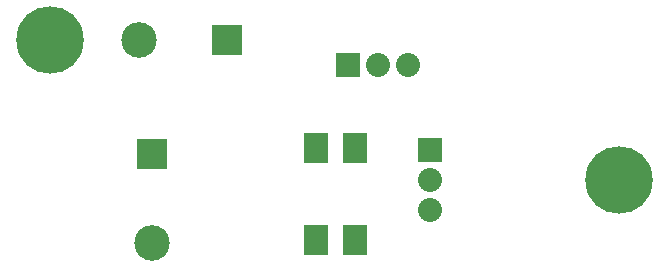
<source format=gbs>
G04 (created by PCBNEW (2013-jul-07)-stable) date Sun 01 Jun 2014 21:32:24 BST*
%MOIN*%
G04 Gerber Fmt 3.4, Leading zero omitted, Abs format*
%FSLAX34Y34*%
G01*
G70*
G90*
G04 APERTURE LIST*
%ADD10C,0.00590551*%
%ADD11R,0.08X0.1*%
%ADD12R,0.08X0.08*%
%ADD13C,0.08*%
%ADD14R,0.0987X0.0987*%
%ADD15C,0.1184*%
%ADD16C,0.2247*%
G04 APERTURE END LIST*
G54D10*
G54D11*
X12067Y4960D03*
X10767Y4960D03*
X12067Y1889D03*
X10767Y1889D03*
G54D12*
X11834Y7716D03*
G54D13*
X12834Y7716D03*
X13834Y7716D03*
G54D14*
X5314Y4743D03*
G54D15*
X5314Y1791D03*
G54D14*
X7814Y8542D03*
G54D15*
X4862Y8542D03*
G54D16*
X1889Y8542D03*
G54D12*
X14566Y4897D03*
G54D13*
X14566Y3897D03*
X14566Y2897D03*
G54D16*
X20866Y3897D03*
M02*

</source>
